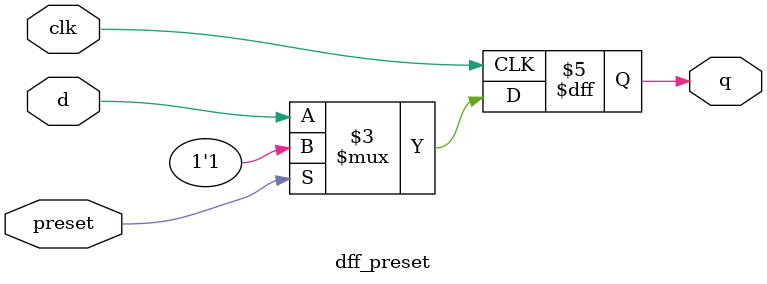
<source format=sv>
module dff_preset (
    input clk, preset,
    input d,
    output reg q
);
always @(posedge clk) begin
    if (preset) q <= 1'b1;
    else        q <= d;
end
endmodule
</source>
